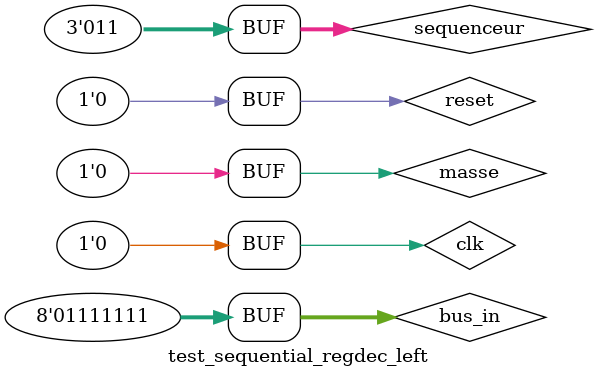
<source format=v>
module test_sequential_regdec_left;
   reg [2:0] sequenceur;
   reg [7:0] bus_in;
   reg 	     clk, reset;
   wire [7:0] bus_out;
   supply0   masse;

   sequential_regdec_left tester(sequenceur, bus_in, masse, clk, reset, bus_out);
   initial
     begin
	$dumpfile("build/memory/signal/signal_test_sequential_regdec.vcd");
	$dumpvars;
	$display("\t\ttime,\tsequenceur,\tbus_in,\t\tclk,\treset,\tbus_out");
	$monitor("%d\t%d\t\t%d\t\t%b\t%d\t%d", $time, sequenceur, bus_in[7:0], clk, reset, bus_out[7:0]);
	sequenceur = 0;
	bus_in = 127;
	clk = 0;
	reset = 1;
	#100;
	reset = 0;
	clk = 1;
	#100;
	clk = 0;
	sequenceur = 1;
	#100;
	clk = 1;
	#100;
	clk = 0;
	sequenceur = 2;
	#100;
	clk = 1;
	#100;
	clk = 0;
	sequenceur = 3;
	#100;
	clk = 1;
	#100;
	clk = 0;
     end
endmodule // test_sequential_regdec

</source>
